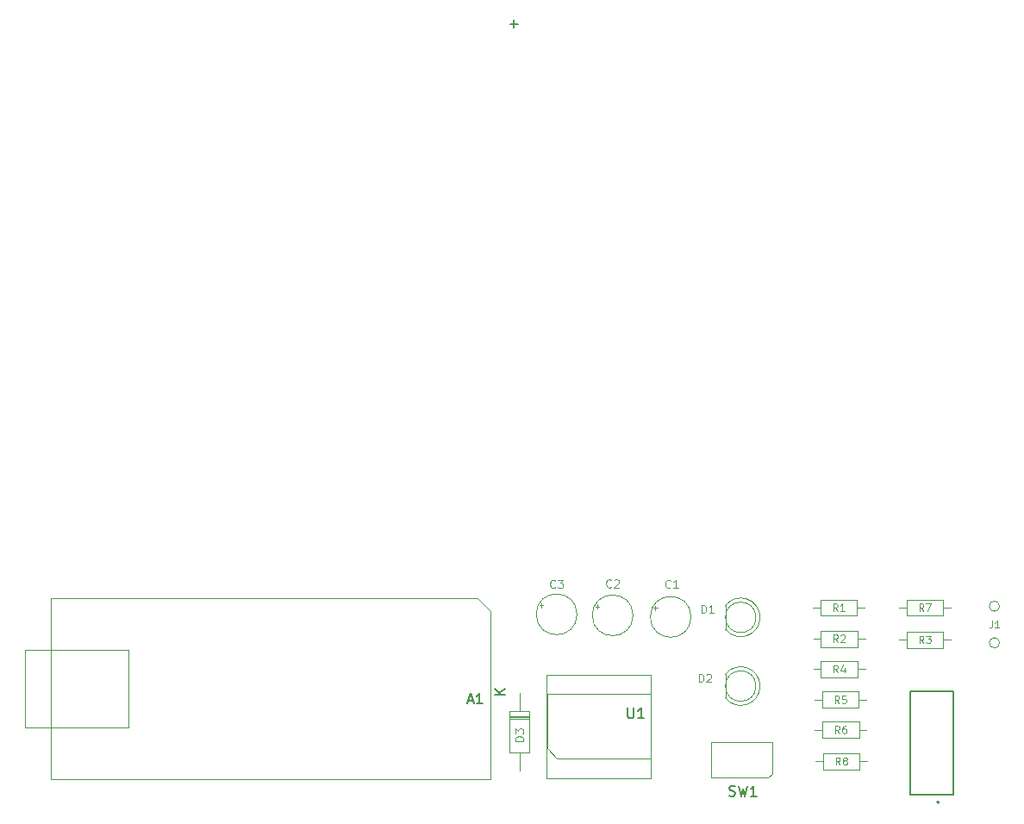
<source format=gbr>
%TF.GenerationSoftware,KiCad,Pcbnew,9.0.7*%
%TF.CreationDate,2026-01-18T12:08:03+01:00*%
%TF.ProjectId,Generator,47656e65-7261-4746-9f72-2e6b69636164,rev?*%
%TF.SameCoordinates,Original*%
%TF.FileFunction,AssemblyDrawing,Top*%
%FSLAX46Y46*%
G04 Gerber Fmt 4.6, Leading zero omitted, Abs format (unit mm)*
G04 Created by KiCad (PCBNEW 9.0.7) date 2026-01-18 12:08:03*
%MOMM*%
%LPD*%
G01*
G04 APERTURE LIST*
%ADD10C,0.150000*%
%ADD11C,0.100000*%
%ADD12C,0.108000*%
%ADD13C,0.120000*%
%ADD14C,0.127000*%
%ADD15C,0.200000*%
G04 APERTURE END LIST*
D10*
X99826133Y-80819048D02*
X99826133Y-81580953D01*
X99445180Y-81200000D02*
X100207085Y-81200000D01*
D11*
X146783333Y-139845502D02*
X146783333Y-140309788D01*
X146783333Y-140309788D02*
X146752380Y-140402645D01*
X146752380Y-140402645D02*
X146690476Y-140464550D01*
X146690476Y-140464550D02*
X146597618Y-140495502D01*
X146597618Y-140495502D02*
X146535714Y-140495502D01*
X147433333Y-140495502D02*
X147061904Y-140495502D01*
X147247618Y-140495502D02*
X147247618Y-139845502D01*
X147247618Y-139845502D02*
X147185714Y-139938359D01*
X147185714Y-139938359D02*
X147123809Y-140000264D01*
X147123809Y-140000264D02*
X147061904Y-140031216D01*
D10*
X95285714Y-147669104D02*
X95761904Y-147669104D01*
X95190476Y-147954819D02*
X95523809Y-146954819D01*
X95523809Y-146954819D02*
X95857142Y-147954819D01*
X96714285Y-147954819D02*
X96142857Y-147954819D01*
X96428571Y-147954819D02*
X96428571Y-146954819D01*
X96428571Y-146954819D02*
X96333333Y-147097676D01*
X96333333Y-147097676D02*
X96238095Y-147192914D01*
X96238095Y-147192914D02*
X96142857Y-147240533D01*
D12*
X131640000Y-141927469D02*
X131400000Y-141584612D01*
X131228571Y-141927469D02*
X131228571Y-141207469D01*
X131228571Y-141207469D02*
X131502857Y-141207469D01*
X131502857Y-141207469D02*
X131571428Y-141241755D01*
X131571428Y-141241755D02*
X131605714Y-141276041D01*
X131605714Y-141276041D02*
X131640000Y-141344612D01*
X131640000Y-141344612D02*
X131640000Y-141447469D01*
X131640000Y-141447469D02*
X131605714Y-141516041D01*
X131605714Y-141516041D02*
X131571428Y-141550326D01*
X131571428Y-141550326D02*
X131502857Y-141584612D01*
X131502857Y-141584612D02*
X131228571Y-141584612D01*
X131914285Y-141276041D02*
X131948571Y-141241755D01*
X131948571Y-141241755D02*
X132017143Y-141207469D01*
X132017143Y-141207469D02*
X132188571Y-141207469D01*
X132188571Y-141207469D02*
X132257143Y-141241755D01*
X132257143Y-141241755D02*
X132291428Y-141276041D01*
X132291428Y-141276041D02*
X132325714Y-141344612D01*
X132325714Y-141344612D02*
X132325714Y-141413184D01*
X132325714Y-141413184D02*
X132291428Y-141516041D01*
X132291428Y-141516041D02*
X131880000Y-141927469D01*
X131880000Y-141927469D02*
X132325714Y-141927469D01*
D13*
X117959524Y-145863855D02*
X117959524Y-145063855D01*
X117959524Y-145063855D02*
X118150000Y-145063855D01*
X118150000Y-145063855D02*
X118264286Y-145101950D01*
X118264286Y-145101950D02*
X118340476Y-145178140D01*
X118340476Y-145178140D02*
X118378571Y-145254331D01*
X118378571Y-145254331D02*
X118416667Y-145406712D01*
X118416667Y-145406712D02*
X118416667Y-145520998D01*
X118416667Y-145520998D02*
X118378571Y-145673379D01*
X118378571Y-145673379D02*
X118340476Y-145749569D01*
X118340476Y-145749569D02*
X118264286Y-145825760D01*
X118264286Y-145825760D02*
X118150000Y-145863855D01*
X118150000Y-145863855D02*
X117959524Y-145863855D01*
X118721428Y-145140045D02*
X118759524Y-145101950D01*
X118759524Y-145101950D02*
X118835714Y-145063855D01*
X118835714Y-145063855D02*
X119026190Y-145063855D01*
X119026190Y-145063855D02*
X119102381Y-145101950D01*
X119102381Y-145101950D02*
X119140476Y-145140045D01*
X119140476Y-145140045D02*
X119178571Y-145216236D01*
X119178571Y-145216236D02*
X119178571Y-145292426D01*
X119178571Y-145292426D02*
X119140476Y-145406712D01*
X119140476Y-145406712D02*
X118683333Y-145863855D01*
X118683333Y-145863855D02*
X119178571Y-145863855D01*
D12*
X131740000Y-147927469D02*
X131500000Y-147584612D01*
X131328571Y-147927469D02*
X131328571Y-147207469D01*
X131328571Y-147207469D02*
X131602857Y-147207469D01*
X131602857Y-147207469D02*
X131671428Y-147241755D01*
X131671428Y-147241755D02*
X131705714Y-147276041D01*
X131705714Y-147276041D02*
X131740000Y-147344612D01*
X131740000Y-147344612D02*
X131740000Y-147447469D01*
X131740000Y-147447469D02*
X131705714Y-147516041D01*
X131705714Y-147516041D02*
X131671428Y-147550326D01*
X131671428Y-147550326D02*
X131602857Y-147584612D01*
X131602857Y-147584612D02*
X131328571Y-147584612D01*
X132391428Y-147207469D02*
X132048571Y-147207469D01*
X132048571Y-147207469D02*
X132014285Y-147550326D01*
X132014285Y-147550326D02*
X132048571Y-147516041D01*
X132048571Y-147516041D02*
X132117143Y-147481755D01*
X132117143Y-147481755D02*
X132288571Y-147481755D01*
X132288571Y-147481755D02*
X132357143Y-147516041D01*
X132357143Y-147516041D02*
X132391428Y-147550326D01*
X132391428Y-147550326D02*
X132425714Y-147618898D01*
X132425714Y-147618898D02*
X132425714Y-147790326D01*
X132425714Y-147790326D02*
X132391428Y-147858898D01*
X132391428Y-147858898D02*
X132357143Y-147893184D01*
X132357143Y-147893184D02*
X132288571Y-147927469D01*
X132288571Y-147927469D02*
X132117143Y-147927469D01*
X132117143Y-147927469D02*
X132048571Y-147893184D01*
X132048571Y-147893184D02*
X132014285Y-147858898D01*
X131830000Y-153977469D02*
X131590000Y-153634612D01*
X131418571Y-153977469D02*
X131418571Y-153257469D01*
X131418571Y-153257469D02*
X131692857Y-153257469D01*
X131692857Y-153257469D02*
X131761428Y-153291755D01*
X131761428Y-153291755D02*
X131795714Y-153326041D01*
X131795714Y-153326041D02*
X131830000Y-153394612D01*
X131830000Y-153394612D02*
X131830000Y-153497469D01*
X131830000Y-153497469D02*
X131795714Y-153566041D01*
X131795714Y-153566041D02*
X131761428Y-153600326D01*
X131761428Y-153600326D02*
X131692857Y-153634612D01*
X131692857Y-153634612D02*
X131418571Y-153634612D01*
X132241428Y-153566041D02*
X132172857Y-153531755D01*
X132172857Y-153531755D02*
X132138571Y-153497469D01*
X132138571Y-153497469D02*
X132104285Y-153428898D01*
X132104285Y-153428898D02*
X132104285Y-153394612D01*
X132104285Y-153394612D02*
X132138571Y-153326041D01*
X132138571Y-153326041D02*
X132172857Y-153291755D01*
X132172857Y-153291755D02*
X132241428Y-153257469D01*
X132241428Y-153257469D02*
X132378571Y-153257469D01*
X132378571Y-153257469D02*
X132447143Y-153291755D01*
X132447143Y-153291755D02*
X132481428Y-153326041D01*
X132481428Y-153326041D02*
X132515714Y-153394612D01*
X132515714Y-153394612D02*
X132515714Y-153428898D01*
X132515714Y-153428898D02*
X132481428Y-153497469D01*
X132481428Y-153497469D02*
X132447143Y-153531755D01*
X132447143Y-153531755D02*
X132378571Y-153566041D01*
X132378571Y-153566041D02*
X132241428Y-153566041D01*
X132241428Y-153566041D02*
X132172857Y-153600326D01*
X132172857Y-153600326D02*
X132138571Y-153634612D01*
X132138571Y-153634612D02*
X132104285Y-153703184D01*
X132104285Y-153703184D02*
X132104285Y-153840326D01*
X132104285Y-153840326D02*
X132138571Y-153908898D01*
X132138571Y-153908898D02*
X132172857Y-153943184D01*
X132172857Y-153943184D02*
X132241428Y-153977469D01*
X132241428Y-153977469D02*
X132378571Y-153977469D01*
X132378571Y-153977469D02*
X132447143Y-153943184D01*
X132447143Y-153943184D02*
X132481428Y-153908898D01*
X132481428Y-153908898D02*
X132515714Y-153840326D01*
X132515714Y-153840326D02*
X132515714Y-153703184D01*
X132515714Y-153703184D02*
X132481428Y-153634612D01*
X132481428Y-153634612D02*
X132447143Y-153600326D01*
X132447143Y-153600326D02*
X132378571Y-153566041D01*
X140040000Y-142027469D02*
X139800000Y-141684612D01*
X139628571Y-142027469D02*
X139628571Y-141307469D01*
X139628571Y-141307469D02*
X139902857Y-141307469D01*
X139902857Y-141307469D02*
X139971428Y-141341755D01*
X139971428Y-141341755D02*
X140005714Y-141376041D01*
X140005714Y-141376041D02*
X140040000Y-141444612D01*
X140040000Y-141444612D02*
X140040000Y-141547469D01*
X140040000Y-141547469D02*
X140005714Y-141616041D01*
X140005714Y-141616041D02*
X139971428Y-141650326D01*
X139971428Y-141650326D02*
X139902857Y-141684612D01*
X139902857Y-141684612D02*
X139628571Y-141684612D01*
X140280000Y-141307469D02*
X140725714Y-141307469D01*
X140725714Y-141307469D02*
X140485714Y-141581755D01*
X140485714Y-141581755D02*
X140588571Y-141581755D01*
X140588571Y-141581755D02*
X140657143Y-141616041D01*
X140657143Y-141616041D02*
X140691428Y-141650326D01*
X140691428Y-141650326D02*
X140725714Y-141718898D01*
X140725714Y-141718898D02*
X140725714Y-141890326D01*
X140725714Y-141890326D02*
X140691428Y-141958898D01*
X140691428Y-141958898D02*
X140657143Y-141993184D01*
X140657143Y-141993184D02*
X140588571Y-142027469D01*
X140588571Y-142027469D02*
X140382857Y-142027469D01*
X140382857Y-142027469D02*
X140314285Y-141993184D01*
X140314285Y-141993184D02*
X140280000Y-141958898D01*
D13*
X115166667Y-136537664D02*
X115128571Y-136575760D01*
X115128571Y-136575760D02*
X115014286Y-136613855D01*
X115014286Y-136613855D02*
X114938095Y-136613855D01*
X114938095Y-136613855D02*
X114823809Y-136575760D01*
X114823809Y-136575760D02*
X114747619Y-136499569D01*
X114747619Y-136499569D02*
X114709524Y-136423379D01*
X114709524Y-136423379D02*
X114671428Y-136270998D01*
X114671428Y-136270998D02*
X114671428Y-136156712D01*
X114671428Y-136156712D02*
X114709524Y-136004331D01*
X114709524Y-136004331D02*
X114747619Y-135928140D01*
X114747619Y-135928140D02*
X114823809Y-135851950D01*
X114823809Y-135851950D02*
X114938095Y-135813855D01*
X114938095Y-135813855D02*
X115014286Y-135813855D01*
X115014286Y-135813855D02*
X115128571Y-135851950D01*
X115128571Y-135851950D02*
X115166667Y-135890045D01*
X115928571Y-136613855D02*
X115471428Y-136613855D01*
X115700000Y-136613855D02*
X115700000Y-135813855D01*
X115700000Y-135813855D02*
X115623809Y-135928140D01*
X115623809Y-135928140D02*
X115547619Y-136004331D01*
X115547619Y-136004331D02*
X115471428Y-136042426D01*
D12*
X131790000Y-150877469D02*
X131550000Y-150534612D01*
X131378571Y-150877469D02*
X131378571Y-150157469D01*
X131378571Y-150157469D02*
X131652857Y-150157469D01*
X131652857Y-150157469D02*
X131721428Y-150191755D01*
X131721428Y-150191755D02*
X131755714Y-150226041D01*
X131755714Y-150226041D02*
X131790000Y-150294612D01*
X131790000Y-150294612D02*
X131790000Y-150397469D01*
X131790000Y-150397469D02*
X131755714Y-150466041D01*
X131755714Y-150466041D02*
X131721428Y-150500326D01*
X131721428Y-150500326D02*
X131652857Y-150534612D01*
X131652857Y-150534612D02*
X131378571Y-150534612D01*
X132407143Y-150157469D02*
X132270000Y-150157469D01*
X132270000Y-150157469D02*
X132201428Y-150191755D01*
X132201428Y-150191755D02*
X132167143Y-150226041D01*
X132167143Y-150226041D02*
X132098571Y-150328898D01*
X132098571Y-150328898D02*
X132064285Y-150466041D01*
X132064285Y-150466041D02*
X132064285Y-150740326D01*
X132064285Y-150740326D02*
X132098571Y-150808898D01*
X132098571Y-150808898D02*
X132132857Y-150843184D01*
X132132857Y-150843184D02*
X132201428Y-150877469D01*
X132201428Y-150877469D02*
X132338571Y-150877469D01*
X132338571Y-150877469D02*
X132407143Y-150843184D01*
X132407143Y-150843184D02*
X132441428Y-150808898D01*
X132441428Y-150808898D02*
X132475714Y-150740326D01*
X132475714Y-150740326D02*
X132475714Y-150568898D01*
X132475714Y-150568898D02*
X132441428Y-150500326D01*
X132441428Y-150500326D02*
X132407143Y-150466041D01*
X132407143Y-150466041D02*
X132338571Y-150431755D01*
X132338571Y-150431755D02*
X132201428Y-150431755D01*
X132201428Y-150431755D02*
X132132857Y-150466041D01*
X132132857Y-150466041D02*
X132098571Y-150500326D01*
X132098571Y-150500326D02*
X132064285Y-150568898D01*
X140040000Y-138877469D02*
X139800000Y-138534612D01*
X139628571Y-138877469D02*
X139628571Y-138157469D01*
X139628571Y-138157469D02*
X139902857Y-138157469D01*
X139902857Y-138157469D02*
X139971428Y-138191755D01*
X139971428Y-138191755D02*
X140005714Y-138226041D01*
X140005714Y-138226041D02*
X140040000Y-138294612D01*
X140040000Y-138294612D02*
X140040000Y-138397469D01*
X140040000Y-138397469D02*
X140005714Y-138466041D01*
X140005714Y-138466041D02*
X139971428Y-138500326D01*
X139971428Y-138500326D02*
X139902857Y-138534612D01*
X139902857Y-138534612D02*
X139628571Y-138534612D01*
X140280000Y-138157469D02*
X140760000Y-138157469D01*
X140760000Y-138157469D02*
X140451428Y-138877469D01*
D13*
X118209524Y-139063855D02*
X118209524Y-138263855D01*
X118209524Y-138263855D02*
X118400000Y-138263855D01*
X118400000Y-138263855D02*
X118514286Y-138301950D01*
X118514286Y-138301950D02*
X118590476Y-138378140D01*
X118590476Y-138378140D02*
X118628571Y-138454331D01*
X118628571Y-138454331D02*
X118666667Y-138606712D01*
X118666667Y-138606712D02*
X118666667Y-138720998D01*
X118666667Y-138720998D02*
X118628571Y-138873379D01*
X118628571Y-138873379D02*
X118590476Y-138949569D01*
X118590476Y-138949569D02*
X118514286Y-139025760D01*
X118514286Y-139025760D02*
X118400000Y-139063855D01*
X118400000Y-139063855D02*
X118209524Y-139063855D01*
X119428571Y-139063855D02*
X118971428Y-139063855D01*
X119200000Y-139063855D02*
X119200000Y-138263855D01*
X119200000Y-138263855D02*
X119123809Y-138378140D01*
X119123809Y-138378140D02*
X119047619Y-138454331D01*
X119047619Y-138454331D02*
X118971428Y-138492426D01*
D10*
X110988095Y-148404819D02*
X110988095Y-149214342D01*
X110988095Y-149214342D02*
X111035714Y-149309580D01*
X111035714Y-149309580D02*
X111083333Y-149357200D01*
X111083333Y-149357200D02*
X111178571Y-149404819D01*
X111178571Y-149404819D02*
X111369047Y-149404819D01*
X111369047Y-149404819D02*
X111464285Y-149357200D01*
X111464285Y-149357200D02*
X111511904Y-149309580D01*
X111511904Y-149309580D02*
X111559523Y-149214342D01*
X111559523Y-149214342D02*
X111559523Y-148404819D01*
X112559523Y-149404819D02*
X111988095Y-149404819D01*
X112273809Y-149404819D02*
X112273809Y-148404819D01*
X112273809Y-148404819D02*
X112178571Y-148547676D01*
X112178571Y-148547676D02*
X112083333Y-148642914D01*
X112083333Y-148642914D02*
X111988095Y-148690533D01*
D13*
X103866667Y-136537664D02*
X103828571Y-136575760D01*
X103828571Y-136575760D02*
X103714286Y-136613855D01*
X103714286Y-136613855D02*
X103638095Y-136613855D01*
X103638095Y-136613855D02*
X103523809Y-136575760D01*
X103523809Y-136575760D02*
X103447619Y-136499569D01*
X103447619Y-136499569D02*
X103409524Y-136423379D01*
X103409524Y-136423379D02*
X103371428Y-136270998D01*
X103371428Y-136270998D02*
X103371428Y-136156712D01*
X103371428Y-136156712D02*
X103409524Y-136004331D01*
X103409524Y-136004331D02*
X103447619Y-135928140D01*
X103447619Y-135928140D02*
X103523809Y-135851950D01*
X103523809Y-135851950D02*
X103638095Y-135813855D01*
X103638095Y-135813855D02*
X103714286Y-135813855D01*
X103714286Y-135813855D02*
X103828571Y-135851950D01*
X103828571Y-135851950D02*
X103866667Y-135890045D01*
X104133333Y-135813855D02*
X104628571Y-135813855D01*
X104628571Y-135813855D02*
X104361905Y-136118617D01*
X104361905Y-136118617D02*
X104476190Y-136118617D01*
X104476190Y-136118617D02*
X104552381Y-136156712D01*
X104552381Y-136156712D02*
X104590476Y-136194807D01*
X104590476Y-136194807D02*
X104628571Y-136270998D01*
X104628571Y-136270998D02*
X104628571Y-136461474D01*
X104628571Y-136461474D02*
X104590476Y-136537664D01*
X104590476Y-136537664D02*
X104552381Y-136575760D01*
X104552381Y-136575760D02*
X104476190Y-136613855D01*
X104476190Y-136613855D02*
X104247619Y-136613855D01*
X104247619Y-136613855D02*
X104171428Y-136575760D01*
X104171428Y-136575760D02*
X104133333Y-136537664D01*
D12*
X131640000Y-144927469D02*
X131400000Y-144584612D01*
X131228571Y-144927469D02*
X131228571Y-144207469D01*
X131228571Y-144207469D02*
X131502857Y-144207469D01*
X131502857Y-144207469D02*
X131571428Y-144241755D01*
X131571428Y-144241755D02*
X131605714Y-144276041D01*
X131605714Y-144276041D02*
X131640000Y-144344612D01*
X131640000Y-144344612D02*
X131640000Y-144447469D01*
X131640000Y-144447469D02*
X131605714Y-144516041D01*
X131605714Y-144516041D02*
X131571428Y-144550326D01*
X131571428Y-144550326D02*
X131502857Y-144584612D01*
X131502857Y-144584612D02*
X131228571Y-144584612D01*
X132257143Y-144447469D02*
X132257143Y-144927469D01*
X132085714Y-144173184D02*
X131914285Y-144687469D01*
X131914285Y-144687469D02*
X132360000Y-144687469D01*
D10*
X120966667Y-157007200D02*
X121109524Y-157054819D01*
X121109524Y-157054819D02*
X121347619Y-157054819D01*
X121347619Y-157054819D02*
X121442857Y-157007200D01*
X121442857Y-157007200D02*
X121490476Y-156959580D01*
X121490476Y-156959580D02*
X121538095Y-156864342D01*
X121538095Y-156864342D02*
X121538095Y-156769104D01*
X121538095Y-156769104D02*
X121490476Y-156673866D01*
X121490476Y-156673866D02*
X121442857Y-156626247D01*
X121442857Y-156626247D02*
X121347619Y-156578628D01*
X121347619Y-156578628D02*
X121157143Y-156531009D01*
X121157143Y-156531009D02*
X121061905Y-156483390D01*
X121061905Y-156483390D02*
X121014286Y-156435771D01*
X121014286Y-156435771D02*
X120966667Y-156340533D01*
X120966667Y-156340533D02*
X120966667Y-156245295D01*
X120966667Y-156245295D02*
X121014286Y-156150057D01*
X121014286Y-156150057D02*
X121061905Y-156102438D01*
X121061905Y-156102438D02*
X121157143Y-156054819D01*
X121157143Y-156054819D02*
X121395238Y-156054819D01*
X121395238Y-156054819D02*
X121538095Y-156102438D01*
X121871429Y-156054819D02*
X122109524Y-157054819D01*
X122109524Y-157054819D02*
X122300000Y-156340533D01*
X122300000Y-156340533D02*
X122490476Y-157054819D01*
X122490476Y-157054819D02*
X122728572Y-156054819D01*
X123633333Y-157054819D02*
X123061905Y-157054819D01*
X123347619Y-157054819D02*
X123347619Y-156054819D01*
X123347619Y-156054819D02*
X123252381Y-156197676D01*
X123252381Y-156197676D02*
X123157143Y-156292914D01*
X123157143Y-156292914D02*
X123061905Y-156340533D01*
D12*
X131580000Y-138877469D02*
X131340000Y-138534612D01*
X131168571Y-138877469D02*
X131168571Y-138157469D01*
X131168571Y-138157469D02*
X131442857Y-138157469D01*
X131442857Y-138157469D02*
X131511428Y-138191755D01*
X131511428Y-138191755D02*
X131545714Y-138226041D01*
X131545714Y-138226041D02*
X131580000Y-138294612D01*
X131580000Y-138294612D02*
X131580000Y-138397469D01*
X131580000Y-138397469D02*
X131545714Y-138466041D01*
X131545714Y-138466041D02*
X131511428Y-138500326D01*
X131511428Y-138500326D02*
X131442857Y-138534612D01*
X131442857Y-138534612D02*
X131168571Y-138534612D01*
X132265714Y-138877469D02*
X131854285Y-138877469D01*
X132060000Y-138877469D02*
X132060000Y-138157469D01*
X132060000Y-138157469D02*
X131991428Y-138260326D01*
X131991428Y-138260326D02*
X131922857Y-138328898D01*
X131922857Y-138328898D02*
X131854285Y-138363184D01*
D13*
X109366667Y-136487664D02*
X109328571Y-136525760D01*
X109328571Y-136525760D02*
X109214286Y-136563855D01*
X109214286Y-136563855D02*
X109138095Y-136563855D01*
X109138095Y-136563855D02*
X109023809Y-136525760D01*
X109023809Y-136525760D02*
X108947619Y-136449569D01*
X108947619Y-136449569D02*
X108909524Y-136373379D01*
X108909524Y-136373379D02*
X108871428Y-136220998D01*
X108871428Y-136220998D02*
X108871428Y-136106712D01*
X108871428Y-136106712D02*
X108909524Y-135954331D01*
X108909524Y-135954331D02*
X108947619Y-135878140D01*
X108947619Y-135878140D02*
X109023809Y-135801950D01*
X109023809Y-135801950D02*
X109138095Y-135763855D01*
X109138095Y-135763855D02*
X109214286Y-135763855D01*
X109214286Y-135763855D02*
X109328571Y-135801950D01*
X109328571Y-135801950D02*
X109366667Y-135840045D01*
X109671428Y-135840045D02*
X109709524Y-135801950D01*
X109709524Y-135801950D02*
X109785714Y-135763855D01*
X109785714Y-135763855D02*
X109976190Y-135763855D01*
X109976190Y-135763855D02*
X110052381Y-135801950D01*
X110052381Y-135801950D02*
X110090476Y-135840045D01*
X110090476Y-135840045D02*
X110128571Y-135916236D01*
X110128571Y-135916236D02*
X110128571Y-135992426D01*
X110128571Y-135992426D02*
X110090476Y-136106712D01*
X110090476Y-136106712D02*
X109633333Y-136563855D01*
X109633333Y-136563855D02*
X110128571Y-136563855D01*
D10*
X98954819Y-147111904D02*
X97954819Y-147111904D01*
X98954819Y-146540476D02*
X98383390Y-146969047D01*
X97954819Y-146540476D02*
X98526247Y-147111904D01*
D13*
X100713855Y-151630475D02*
X99913855Y-151630475D01*
X99913855Y-151630475D02*
X99913855Y-151439999D01*
X99913855Y-151439999D02*
X99951950Y-151325713D01*
X99951950Y-151325713D02*
X100028140Y-151249523D01*
X100028140Y-151249523D02*
X100104331Y-151211428D01*
X100104331Y-151211428D02*
X100256712Y-151173332D01*
X100256712Y-151173332D02*
X100370998Y-151173332D01*
X100370998Y-151173332D02*
X100523379Y-151211428D01*
X100523379Y-151211428D02*
X100599569Y-151249523D01*
X100599569Y-151249523D02*
X100675760Y-151325713D01*
X100675760Y-151325713D02*
X100713855Y-151439999D01*
X100713855Y-151439999D02*
X100713855Y-151630475D01*
X99913855Y-150906666D02*
X99913855Y-150411428D01*
X99913855Y-150411428D02*
X100218617Y-150678094D01*
X100218617Y-150678094D02*
X100218617Y-150563809D01*
X100218617Y-150563809D02*
X100256712Y-150487618D01*
X100256712Y-150487618D02*
X100294807Y-150449523D01*
X100294807Y-150449523D02*
X100370998Y-150411428D01*
X100370998Y-150411428D02*
X100561474Y-150411428D01*
X100561474Y-150411428D02*
X100637664Y-150449523D01*
X100637664Y-150449523D02*
X100675760Y-150487618D01*
X100675760Y-150487618D02*
X100713855Y-150563809D01*
X100713855Y-150563809D02*
X100713855Y-150792380D01*
X100713855Y-150792380D02*
X100675760Y-150868571D01*
X100675760Y-150868571D02*
X100637664Y-150906666D01*
D11*
%TO.C,J1*%
X147500000Y-138400000D02*
G75*
G02*
X146500000Y-138400000I-500000J0D01*
G01*
X146500000Y-138400000D02*
G75*
G02*
X147500000Y-138400000I500000J0D01*
G01*
X147500000Y-142000000D02*
G75*
G02*
X146500000Y-142000000I-500000J0D01*
G01*
X146500000Y-142000000D02*
G75*
G02*
X147500000Y-142000000I500000J0D01*
G01*
%TO.C,A1*%
X51770000Y-142710000D02*
X61930000Y-142710000D01*
X51770000Y-150330000D02*
X51770000Y-142710000D01*
X54310000Y-137630000D02*
X96220000Y-137630000D01*
X54310000Y-155410000D02*
X54310000Y-137630000D01*
X61930000Y-142710000D02*
X61930000Y-150330000D01*
X61930000Y-150330000D02*
X51770000Y-150330000D01*
X96220000Y-137630000D02*
X97490000Y-138900000D01*
X97490000Y-138900000D02*
X97490000Y-155410000D01*
X97490000Y-155410000D02*
X54310000Y-155410000D01*
%TO.C,R2*%
X129220000Y-141600000D02*
X129960000Y-141600000D01*
X134300000Y-141600000D02*
X133560000Y-141600000D01*
X133560000Y-142400000D02*
X129960000Y-142400000D01*
X129960000Y-140800000D01*
X133560000Y-140800000D01*
X133560000Y-142400000D01*
%TO.C,D2*%
X120580000Y-145083810D02*
X120580000Y-147416190D01*
X120580000Y-145083810D02*
G75*
G02*
X120580000Y-147416190I1500000J-1166190D01*
G01*
X123580000Y-146250000D02*
G75*
G02*
X120580000Y-146250000I-1500000J0D01*
G01*
X120580000Y-146250000D02*
G75*
G02*
X123580000Y-146250000I1500000J0D01*
G01*
%TO.C,R5*%
X129320000Y-147600000D02*
X130060000Y-147600000D01*
X134400000Y-147600000D02*
X133660000Y-147600000D01*
X130060000Y-146800000D02*
X133660000Y-146800000D01*
X133660000Y-148400000D01*
X130060000Y-148400000D01*
X130060000Y-146800000D01*
%TO.C,R8*%
X129410000Y-153650000D02*
X130150000Y-153650000D01*
X134490000Y-153650000D02*
X133750000Y-153650000D01*
X133750000Y-154450000D02*
X130150000Y-154450000D01*
X130150000Y-152850000D01*
X133750000Y-152850000D01*
X133750000Y-154450000D01*
%TO.C,R3*%
X137620000Y-141700000D02*
X138360000Y-141700000D01*
X142700000Y-141700000D02*
X141960000Y-141700000D01*
X141960000Y-142500000D02*
X138360000Y-142500000D01*
X138360000Y-140900000D01*
X141960000Y-140900000D01*
X141960000Y-142500000D01*
%TO.C,C1*%
X113497446Y-138582500D02*
X113897446Y-138582500D01*
X113697446Y-138382500D02*
X113697446Y-138782500D01*
X117200000Y-139450000D02*
G75*
G02*
X113200000Y-139450000I-2000000J0D01*
G01*
X113200000Y-139450000D02*
G75*
G02*
X117200000Y-139450000I2000000J0D01*
G01*
%TO.C,R6*%
X129370000Y-150550000D02*
X130110000Y-150550000D01*
X134450000Y-150550000D02*
X133710000Y-150550000D01*
X133710000Y-151350000D02*
X130110000Y-151350000D01*
X130110000Y-149750000D01*
X133710000Y-149750000D01*
X133710000Y-151350000D01*
%TO.C,R7*%
X137620000Y-138550000D02*
X138360000Y-138550000D01*
X142700000Y-138550000D02*
X141960000Y-138550000D01*
X141960000Y-139350000D02*
X138360000Y-139350000D01*
X138360000Y-137750000D01*
X141960000Y-137750000D01*
X141960000Y-139350000D01*
%TO.C,D1*%
X120580000Y-138333810D02*
X120580000Y-140666190D01*
X120580000Y-138333810D02*
G75*
G02*
X120580000Y-140666190I1500000J-1166190D01*
G01*
X123580000Y-139500000D02*
G75*
G02*
X120580000Y-139500000I-1500000J0D01*
G01*
X120580000Y-139500000D02*
G75*
G02*
X123580000Y-139500000I1500000J0D01*
G01*
%TO.C,U1*%
X103060000Y-147015000D02*
X113220000Y-147015000D01*
X103060000Y-152365000D02*
X103060000Y-147015000D01*
X104060000Y-153365000D02*
X103060000Y-152365000D01*
X113220000Y-147015000D02*
X113220000Y-153365000D01*
X113220000Y-153365000D02*
X104060000Y-153365000D01*
X103000000Y-155270000D02*
X113280000Y-155270000D01*
X113280000Y-145110000D01*
X103000000Y-145110000D01*
X103000000Y-155270000D01*
%TO.C,C3*%
X102297446Y-138332500D02*
X102697446Y-138332500D01*
X102497446Y-138132500D02*
X102497446Y-138532500D01*
X106000000Y-139200000D02*
G75*
G02*
X102000000Y-139200000I-2000000J0D01*
G01*
X102000000Y-139200000D02*
G75*
G02*
X106000000Y-139200000I2000000J0D01*
G01*
%TO.C,R4*%
X129220000Y-144600000D02*
X129960000Y-144600000D01*
X134300000Y-144600000D02*
X133560000Y-144600000D01*
X129960000Y-143800000D02*
X133560000Y-143800000D01*
X133560000Y-145400000D01*
X129960000Y-145400000D01*
X129960000Y-143800000D01*
%TO.C,SW1*%
X119200000Y-151750000D02*
X125200000Y-151750000D01*
X119200000Y-155250000D02*
X119200000Y-151750000D01*
X124800000Y-155250000D02*
X119200000Y-155250000D01*
X124800000Y-155250000D02*
X125200000Y-154850000D01*
X125200000Y-151750000D02*
X125200000Y-154850000D01*
D14*
%TO.C,Q1*%
X138732500Y-146760000D02*
X142927500Y-146760000D01*
X138732500Y-156920000D02*
X138732500Y-146760000D01*
X142927500Y-146760000D02*
X142927500Y-156920000D01*
X142927500Y-156920000D02*
X138732500Y-156920000D01*
D15*
X141550000Y-157670000D02*
G75*
G02*
X141350000Y-157670000I-100000J0D01*
G01*
X141350000Y-157670000D02*
G75*
G02*
X141550000Y-157670000I100000J0D01*
G01*
D11*
%TO.C,R1*%
X129160000Y-138550000D02*
X129900000Y-138550000D01*
X134240000Y-138550000D02*
X133500000Y-138550000D01*
X133500000Y-139350000D02*
X129900000Y-139350000D01*
X129900000Y-137750000D01*
X133500000Y-137750000D01*
X133500000Y-139350000D01*
%TO.C,C2*%
X107797446Y-138432500D02*
X108197446Y-138432500D01*
X107997446Y-138232500D02*
X107997446Y-138632500D01*
X111500000Y-139300000D02*
G75*
G02*
X107500000Y-139300000I-2000000J0D01*
G01*
X107500000Y-139300000D02*
G75*
G02*
X111500000Y-139300000I2000000J0D01*
G01*
%TO.C,D3*%
X100350000Y-146930000D02*
X100350000Y-148740000D01*
X100350000Y-154550000D02*
X100350000Y-152740000D01*
X101350000Y-149240000D02*
X99350000Y-149240000D01*
X101350000Y-149340000D02*
X99350000Y-149340000D01*
X101350000Y-149440000D02*
X99350000Y-149440000D01*
X101350000Y-148740000D02*
X99350000Y-148740000D01*
X99350000Y-152740000D01*
X101350000Y-152740000D01*
X101350000Y-148740000D01*
%TD*%
M02*

</source>
